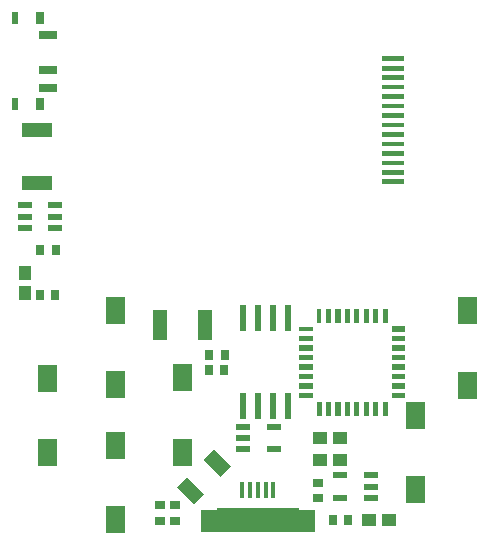
<source format=gtp>
G04 MADE WITH FRITZING*
G04 WWW.FRITZING.ORG*
G04 DOUBLE SIDED*
G04 HOLES PLATED*
G04 CONTOUR ON CENTER OF CONTOUR VECTOR*
%ASAXBY*%
%FSLAX23Y23*%
%MOIN*%
%OFA0B0*%
%SFA1.0B1.0*%
%ADD10R,0.047244X0.021654*%
%ADD11R,0.059055X0.027559*%
%ADD12R,0.023622X0.039370*%
%ADD13R,0.031496X0.039370*%
%ADD14R,0.275590X0.078740*%
%ADD15R,0.047244X0.043307*%
%ADD16R,0.013780X0.055118*%
%ADD17R,0.070866X0.074803*%
%ADD18R,0.017716X0.045000*%
%ADD19R,0.045000X0.017716*%
%ADD20R,0.027559X0.035433*%
%ADD21R,0.024000X0.087000*%
%ADD22R,0.043307X0.047244*%
%ADD23R,0.035433X0.027559*%
%ADD24R,0.050000X0.100000*%
%ADD25R,0.100000X0.050000*%
%ADD26R,0.001000X0.001000*%
%LNPASTEMASK1*%
G90*
G70*
G54D10*
X149Y1018D03*
X149Y1055D03*
X149Y1093D03*
X47Y1093D03*
X47Y1018D03*
X47Y1055D03*
G54D11*
X124Y1484D03*
X124Y1543D03*
X124Y1661D03*
G54D12*
X16Y1429D03*
G54D13*
X99Y1429D03*
G54D12*
X16Y1716D03*
G54D13*
X99Y1716D03*
G54D14*
X824Y43D03*
G54D15*
X1196Y43D03*
X1263Y43D03*
G54D10*
X1202Y118D03*
X1202Y155D03*
X1202Y193D03*
X1099Y193D03*
X1099Y118D03*
G54D16*
X773Y143D03*
X875Y143D03*
X799Y143D03*
X824Y143D03*
X850Y143D03*
G54D17*
X667Y39D03*
X982Y39D03*
G54D18*
X1029Y724D03*
G54D19*
X984Y680D03*
G54D20*
X150Y943D03*
X99Y943D03*
G54D21*
X774Y424D03*
X774Y718D03*
X824Y424D03*
X874Y424D03*
X824Y718D03*
X874Y718D03*
X924Y424D03*
X924Y718D03*
G54D20*
X98Y793D03*
X149Y793D03*
G54D22*
X49Y801D03*
X49Y868D03*
G54D20*
X714Y593D03*
X663Y593D03*
X662Y543D03*
X713Y543D03*
X1125Y43D03*
X1074Y43D03*
G54D23*
X549Y93D03*
X549Y42D03*
X499Y42D03*
X499Y93D03*
X1024Y117D03*
X1024Y168D03*
G54D24*
X649Y693D03*
G54D25*
X88Y1343D03*
G54D24*
X499Y693D03*
G54D25*
X88Y1168D03*
G54D15*
X1032Y243D03*
X1099Y243D03*
X1032Y318D03*
X1099Y318D03*
G54D10*
X774Y355D03*
X774Y318D03*
X774Y280D03*
X877Y280D03*
X877Y355D03*
G36*
X1318Y190D02*
X1381Y190D01*
X1381Y100D01*
X1318Y100D01*
X1318Y190D01*
G37*
D02*
G36*
X1318Y438D02*
X1381Y438D01*
X1381Y348D01*
X1318Y348D01*
X1318Y438D01*
G37*
D02*
G36*
X1493Y538D02*
X1556Y538D01*
X1556Y448D01*
X1493Y448D01*
X1493Y538D01*
G37*
D02*
G36*
X1493Y786D02*
X1556Y786D01*
X1556Y696D01*
X1493Y696D01*
X1493Y786D01*
G37*
D02*
G36*
X93Y313D02*
X156Y313D01*
X156Y223D01*
X93Y223D01*
X93Y313D01*
G37*
D02*
G36*
X93Y561D02*
X156Y561D01*
X156Y471D01*
X93Y471D01*
X93Y561D01*
G37*
D02*
G36*
X543Y315D02*
X606Y315D01*
X606Y225D01*
X543Y225D01*
X543Y315D01*
G37*
D02*
G36*
X543Y563D02*
X606Y563D01*
X606Y473D01*
X543Y473D01*
X543Y563D01*
G37*
D02*
G36*
X319Y337D02*
X382Y337D01*
X382Y247D01*
X319Y247D01*
X319Y337D01*
G37*
D02*
G36*
X319Y539D02*
X382Y539D01*
X382Y449D01*
X319Y449D01*
X319Y539D01*
G37*
D02*
G36*
X319Y787D02*
X382Y787D01*
X382Y697D01*
X319Y697D01*
X319Y787D01*
G37*
D02*
G36*
X1271Y482D02*
X1271Y500D01*
X1316Y500D01*
X1316Y482D01*
X1271Y482D01*
G37*
D02*
G36*
X1051Y392D02*
X1051Y437D01*
X1069Y437D01*
X1069Y392D01*
X1051Y392D01*
G37*
D02*
G36*
X962Y639D02*
X962Y657D01*
X1007Y657D01*
X1007Y639D01*
X962Y639D01*
G37*
D02*
G36*
X1271Y513D02*
X1271Y531D01*
X1316Y531D01*
X1316Y513D01*
X1271Y513D01*
G37*
D02*
G36*
X962Y513D02*
X962Y531D01*
X1007Y531D01*
X1007Y513D01*
X962Y513D01*
G37*
D02*
G36*
X1271Y545D02*
X1271Y563D01*
X1316Y563D01*
X1316Y545D01*
X1271Y545D01*
G37*
D02*
G36*
X1177Y392D02*
X1177Y437D01*
X1195Y437D01*
X1195Y392D01*
X1177Y392D01*
G37*
D02*
G36*
X1271Y576D02*
X1271Y594D01*
X1316Y594D01*
X1316Y576D01*
X1271Y576D01*
G37*
D02*
G36*
X962Y576D02*
X962Y594D01*
X1007Y594D01*
X1007Y576D01*
X962Y576D01*
G37*
D02*
G36*
X1271Y608D02*
X1271Y626D01*
X1316Y626D01*
X1316Y608D01*
X1271Y608D01*
G37*
D02*
G36*
X962Y450D02*
X962Y468D01*
X1007Y468D01*
X1007Y450D01*
X962Y450D01*
G37*
D02*
G36*
X1271Y639D02*
X1271Y657D01*
X1316Y657D01*
X1316Y639D01*
X1271Y639D01*
G37*
D02*
G36*
X1114Y392D02*
X1114Y437D01*
X1132Y437D01*
X1132Y392D01*
X1114Y392D01*
G37*
D02*
G36*
X1271Y671D02*
X1271Y689D01*
X1316Y689D01*
X1316Y671D01*
X1271Y671D01*
G37*
D02*
G36*
X1240Y392D02*
X1240Y437D01*
X1258Y437D01*
X1258Y392D01*
X1240Y392D01*
G37*
D02*
G36*
X1240Y702D02*
X1240Y747D01*
X1258Y747D01*
X1258Y702D01*
X1240Y702D01*
G37*
D02*
G36*
X962Y608D02*
X962Y626D01*
X1007Y626D01*
X1007Y608D01*
X962Y608D01*
G37*
D02*
G36*
X1209Y702D02*
X1209Y747D01*
X1226Y747D01*
X1226Y702D01*
X1209Y702D01*
G37*
D02*
G36*
X962Y545D02*
X962Y563D01*
X1007Y563D01*
X1007Y545D01*
X962Y545D01*
G37*
D02*
G36*
X1177Y702D02*
X1177Y747D01*
X1195Y747D01*
X1195Y702D01*
X1177Y702D01*
G37*
D02*
G36*
X962Y482D02*
X962Y500D01*
X1007Y500D01*
X1007Y482D01*
X962Y482D01*
G37*
D02*
G36*
X1146Y702D02*
X1146Y747D01*
X1163Y747D01*
X1163Y702D01*
X1146Y702D01*
G37*
D02*
G36*
X1020Y392D02*
X1020Y437D01*
X1037Y437D01*
X1037Y392D01*
X1020Y392D01*
G37*
D02*
G36*
X1114Y702D02*
X1114Y747D01*
X1132Y747D01*
X1132Y702D01*
X1114Y702D01*
G37*
D02*
G36*
X1083Y392D02*
X1083Y437D01*
X1100Y437D01*
X1100Y392D01*
X1083Y392D01*
G37*
D02*
G36*
X1083Y702D02*
X1083Y747D01*
X1100Y747D01*
X1100Y702D01*
X1083Y702D01*
G37*
D02*
G36*
X1146Y392D02*
X1146Y437D01*
X1163Y437D01*
X1163Y392D01*
X1146Y392D01*
G37*
D02*
G36*
X1051Y702D02*
X1051Y747D01*
X1069Y747D01*
X1069Y702D01*
X1051Y702D01*
G37*
D02*
G36*
X1209Y392D02*
X1209Y437D01*
X1226Y437D01*
X1226Y392D01*
X1209Y392D01*
G37*
D02*
G36*
X1271Y450D02*
X1271Y468D01*
X1316Y468D01*
X1316Y450D01*
X1271Y450D01*
G37*
D02*
G36*
X1239Y1179D02*
X1310Y1179D01*
X1310Y1164D01*
X1239Y1164D01*
X1239Y1179D01*
G37*
D02*
G36*
X1239Y1211D02*
X1310Y1211D01*
X1310Y1195D01*
X1239Y1195D01*
X1239Y1211D01*
G37*
D02*
G36*
X1239Y1242D02*
X1310Y1242D01*
X1310Y1227D01*
X1239Y1227D01*
X1239Y1242D01*
G37*
D02*
G36*
X1239Y1274D02*
X1310Y1274D01*
X1310Y1258D01*
X1239Y1258D01*
X1239Y1274D01*
G37*
D02*
G36*
X1239Y1305D02*
X1310Y1305D01*
X1310Y1290D01*
X1239Y1290D01*
X1239Y1305D01*
G37*
D02*
G36*
X1239Y1337D02*
X1310Y1337D01*
X1310Y1321D01*
X1239Y1321D01*
X1239Y1337D01*
G37*
D02*
G36*
X1239Y1368D02*
X1310Y1368D01*
X1310Y1353D01*
X1239Y1353D01*
X1239Y1368D01*
G37*
D02*
G36*
X1239Y1400D02*
X1310Y1400D01*
X1310Y1384D01*
X1239Y1384D01*
X1239Y1400D01*
G37*
D02*
G36*
X1239Y1431D02*
X1310Y1431D01*
X1310Y1416D01*
X1239Y1416D01*
X1239Y1431D01*
G37*
D02*
G36*
X1239Y1463D02*
X1310Y1463D01*
X1310Y1447D01*
X1239Y1447D01*
X1239Y1463D01*
G37*
D02*
G36*
X1239Y1494D02*
X1310Y1494D01*
X1310Y1479D01*
X1239Y1479D01*
X1239Y1494D01*
G37*
D02*
G36*
X1239Y1526D02*
X1310Y1526D01*
X1310Y1510D01*
X1239Y1510D01*
X1239Y1526D01*
G37*
D02*
G36*
X1239Y1557D02*
X1310Y1557D01*
X1310Y1541D01*
X1239Y1541D01*
X1239Y1557D01*
G37*
D02*
G36*
X1239Y1589D02*
X1310Y1589D01*
X1310Y1573D01*
X1239Y1573D01*
X1239Y1589D01*
G37*
D02*
G36*
X700Y188D02*
X645Y244D01*
X679Y279D01*
X735Y223D01*
X700Y188D01*
G37*
D02*
G36*
X610Y98D02*
X554Y153D01*
X589Y188D01*
X645Y132D01*
X610Y98D01*
G37*
D02*
G54D26*
X319Y90D02*
X381Y90D01*
X319Y89D02*
X381Y89D01*
X319Y88D02*
X381Y88D01*
X319Y87D02*
X381Y87D01*
X319Y86D02*
X381Y86D01*
X319Y85D02*
X381Y85D01*
X319Y84D02*
X381Y84D01*
X319Y83D02*
X381Y83D01*
X319Y82D02*
X381Y82D01*
X319Y81D02*
X381Y81D01*
X319Y80D02*
X381Y80D01*
X319Y79D02*
X381Y79D01*
X319Y78D02*
X381Y78D01*
X319Y77D02*
X381Y77D01*
X319Y76D02*
X381Y76D01*
X319Y75D02*
X381Y75D01*
X319Y74D02*
X381Y74D01*
X319Y73D02*
X381Y73D01*
X319Y72D02*
X381Y72D01*
X319Y71D02*
X381Y71D01*
X319Y70D02*
X381Y70D01*
X319Y69D02*
X381Y69D01*
X319Y68D02*
X381Y68D01*
X319Y67D02*
X381Y67D01*
X319Y66D02*
X381Y66D01*
X319Y65D02*
X381Y65D01*
X319Y64D02*
X381Y64D01*
X319Y63D02*
X381Y63D01*
X319Y62D02*
X381Y62D01*
X319Y61D02*
X381Y61D01*
X319Y60D02*
X381Y60D01*
X319Y59D02*
X381Y59D01*
X319Y58D02*
X381Y58D01*
X319Y57D02*
X381Y57D01*
X319Y56D02*
X381Y56D01*
X319Y55D02*
X381Y55D01*
X319Y54D02*
X381Y54D01*
X319Y53D02*
X381Y53D01*
X319Y52D02*
X381Y52D01*
X319Y51D02*
X381Y51D01*
X319Y50D02*
X381Y50D01*
X319Y49D02*
X381Y49D01*
X319Y48D02*
X381Y48D01*
X319Y47D02*
X381Y47D01*
X319Y46D02*
X381Y46D01*
X319Y45D02*
X381Y45D01*
X319Y44D02*
X381Y44D01*
X319Y43D02*
X381Y43D01*
X319Y42D02*
X381Y42D01*
X319Y41D02*
X381Y41D01*
X319Y40D02*
X381Y40D01*
X319Y39D02*
X381Y39D01*
X319Y38D02*
X381Y38D01*
X319Y37D02*
X381Y37D01*
X319Y36D02*
X381Y36D01*
X319Y35D02*
X381Y35D01*
X319Y34D02*
X381Y34D01*
X319Y33D02*
X381Y33D01*
X319Y32D02*
X381Y32D01*
X319Y31D02*
X381Y31D01*
X319Y30D02*
X381Y30D01*
X319Y29D02*
X381Y29D01*
X319Y28D02*
X381Y28D01*
X319Y27D02*
X381Y27D01*
X319Y26D02*
X381Y26D01*
X319Y25D02*
X381Y25D01*
X319Y24D02*
X381Y24D01*
X319Y23D02*
X381Y23D01*
X319Y22D02*
X381Y22D01*
X319Y21D02*
X381Y21D01*
X319Y20D02*
X381Y20D01*
X319Y19D02*
X381Y19D01*
X319Y18D02*
X381Y18D01*
X319Y17D02*
X381Y17D01*
X319Y16D02*
X381Y16D01*
X319Y15D02*
X381Y15D01*
X319Y14D02*
X381Y14D01*
X319Y13D02*
X381Y13D01*
X319Y12D02*
X381Y12D01*
X319Y11D02*
X381Y11D01*
X319Y10D02*
X381Y10D01*
X319Y9D02*
X381Y9D01*
X319Y8D02*
X381Y8D01*
X319Y7D02*
X381Y7D01*
X319Y6D02*
X381Y6D01*
X319Y5D02*
X381Y5D01*
X319Y4D02*
X381Y4D01*
X319Y3D02*
X381Y3D01*
X319Y2D02*
X381Y2D01*
X319Y1D02*
X381Y1D01*
D02*
G04 End of PasteMask1*
M02*
</source>
